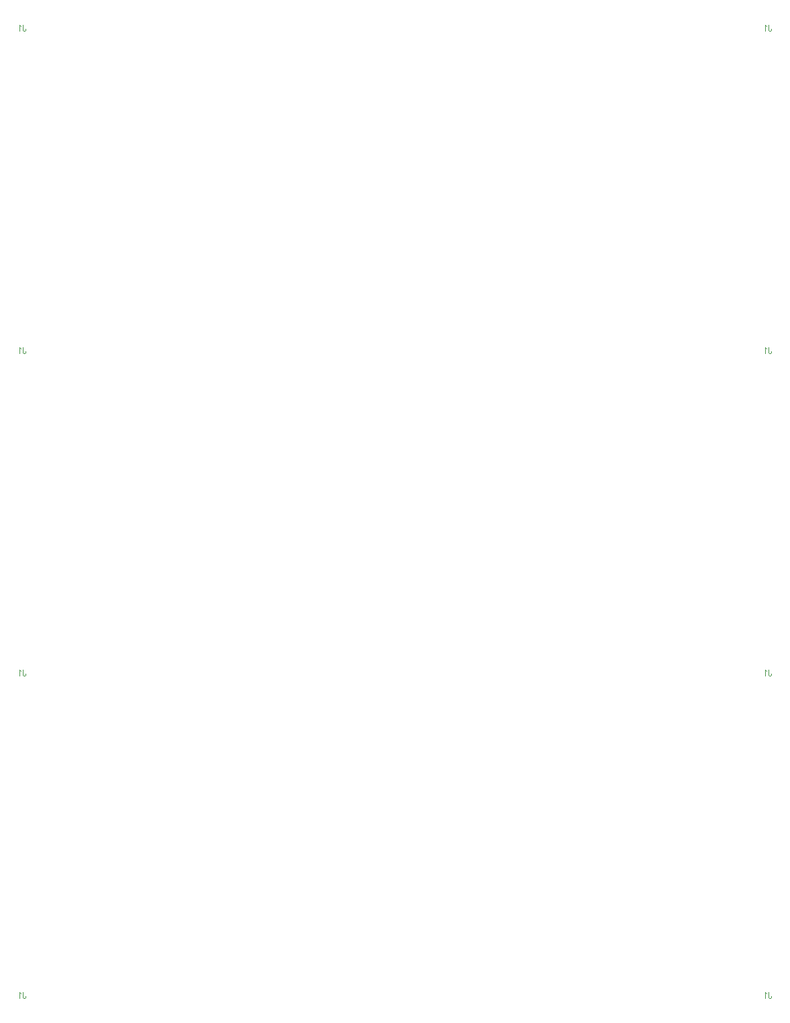
<source format=gbr>
G04 DipTrace 2.4.0.2*
%INBottomAssy.gbr*%
%MOIN*%
%ADD84C,0.0046*%
%FSLAX44Y44*%
G04*
G70*
G90*
G75*
G01*
%LNBotAssy*%
%LPD*%
X36451Y18879D2*
D84*
Y18650D1*
X36465Y18607D1*
X36479Y18592D1*
X36508Y18578D1*
X36537D1*
X36565Y18592D1*
X36580Y18607D1*
X36594Y18650D1*
Y18678D1*
X36358Y18822D2*
X36329Y18836D1*
X36286Y18879D1*
Y18578D1*
X73451Y18879D2*
Y18650D1*
X73465Y18607D1*
X73479Y18592D1*
X73508Y18578D1*
X73537D1*
X73565Y18592D1*
X73580Y18607D1*
X73594Y18650D1*
Y18678D1*
X73358Y18822D2*
X73329Y18836D1*
X73286Y18879D1*
Y18578D1*
X36451Y34879D2*
Y34650D1*
X36465Y34607D1*
X36479Y34592D1*
X36508Y34578D1*
X36537D1*
X36565Y34592D1*
X36580Y34607D1*
X36594Y34650D1*
Y34678D1*
X36358Y34822D2*
X36329Y34836D1*
X36286Y34879D1*
Y34578D1*
X73451Y34879D2*
Y34650D1*
X73465Y34607D1*
X73479Y34592D1*
X73508Y34578D1*
X73537D1*
X73565Y34592D1*
X73580Y34607D1*
X73594Y34650D1*
Y34678D1*
X73358Y34822D2*
X73329Y34836D1*
X73286Y34879D1*
Y34578D1*
X36451Y50879D2*
Y50650D1*
X36465Y50607D1*
X36479Y50592D1*
X36508Y50578D1*
X36537D1*
X36565Y50592D1*
X36580Y50607D1*
X36594Y50650D1*
Y50678D1*
X36358Y50822D2*
X36329Y50836D1*
X36286Y50879D1*
Y50578D1*
X73451Y50879D2*
Y50650D1*
X73465Y50607D1*
X73479Y50592D1*
X73508Y50578D1*
X73537D1*
X73565Y50592D1*
X73580Y50607D1*
X73594Y50650D1*
Y50678D1*
X73358Y50822D2*
X73329Y50836D1*
X73286Y50879D1*
Y50578D1*
X36451Y66879D2*
Y66650D1*
X36465Y66607D1*
X36479Y66592D1*
X36508Y66578D1*
X36537D1*
X36565Y66592D1*
X36580Y66607D1*
X36594Y66650D1*
Y66678D1*
X36358Y66822D2*
X36329Y66836D1*
X36286Y66879D1*
Y66578D1*
X73451Y66879D2*
Y66650D1*
X73465Y66607D1*
X73479Y66592D1*
X73508Y66578D1*
X73537D1*
X73565Y66592D1*
X73580Y66607D1*
X73594Y66650D1*
Y66678D1*
X73358Y66822D2*
X73329Y66836D1*
X73286Y66879D1*
Y66578D1*
M02*

</source>
